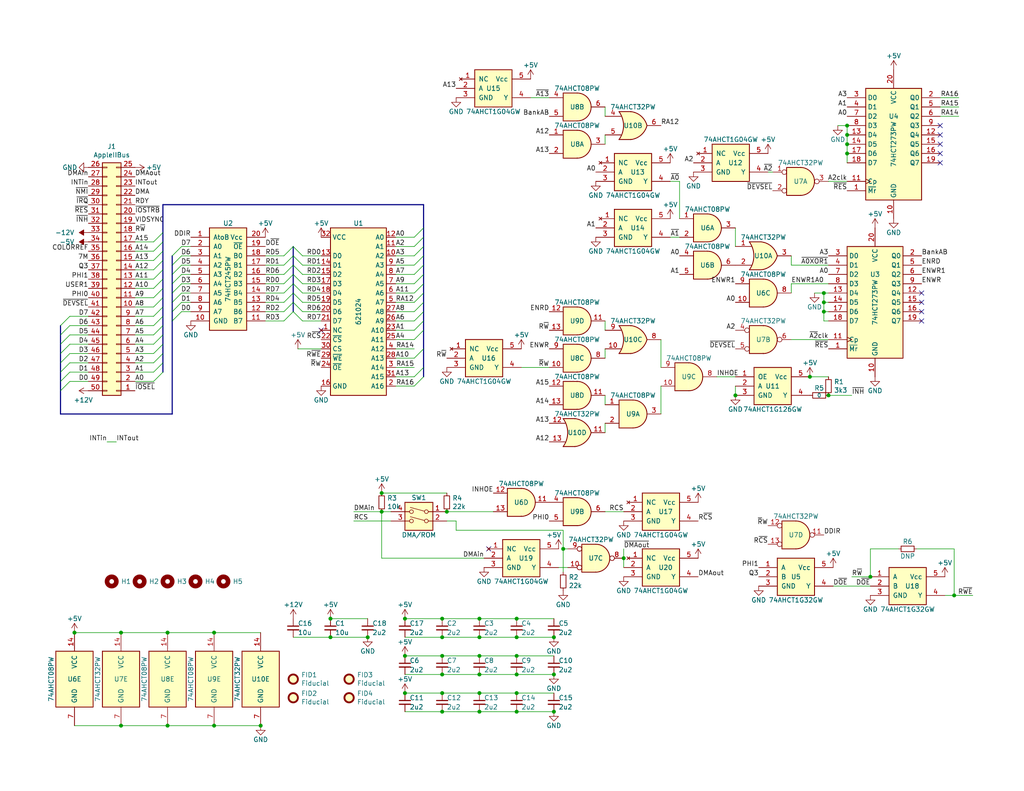
<source format=kicad_sch>
(kicad_sch (version 20230121) (generator eeschema)
  (paper "USLetter")
  (title_block (title "RAM128 (GW4208B)") (date "2023-12-07") (rev "1.2") (company "Garrett's Workshop"))
  (junction (at 120.65 179.07))
  (junction (at 226.06 107.95))
  (junction (at 110.49 189.23))
  (junction (at 200.66 107.95))
  (junction (at 151.13 194.31))
  (junction (at 130.81 168.91))
  (junction (at 120.65 173.99))
  (junction (at 120.65 194.31))
  (junction (at 120.65 168.91))
  (junction (at 130.81 179.07))
  (junction (at 140.97 168.91))
  (junction (at 231.14 36.83))
  (junction (at 71.12 198.12))
  (junction (at 58.42 198.12))
  (junction (at 140.97 173.99))
  (junction (at 90.17 173.99))
  (junction (at 100.33 173.99))
  (junction (at 130.81 189.23))
  (junction (at 120.65 189.23))
  (junction (at 140.97 184.15))
  (junction (at 130.81 184.15))
  (junction (at 231.14 34.29))
  (junction (at 110.49 168.91))
  (junction (at 45.72 198.12))
  (junction (at 224.79 82.55))
  (junction (at 33.02 172.72))
  (junction (at 220.98 102.87))
  (junction (at 104.14 139.7))
  (junction (at 170.18 152.4))
  (junction (at 151.13 184.15))
  (junction (at 260.35 162.56))
  (junction (at 151.13 173.99))
  (junction (at 231.14 39.37))
  (junction (at 140.97 179.07))
  (junction (at 90.17 168.91))
  (junction (at 231.14 41.91))
  (junction (at 45.72 172.72))
  (junction (at 33.02 198.12))
  (junction (at 224.79 80.01))
  (junction (at 121.92 139.7))
  (junction (at 120.65 184.15))
  (junction (at 130.81 173.99))
  (junction (at 153.67 149.86))
  (junction (at 140.97 194.31))
  (junction (at 140.97 189.23))
  (junction (at 104.14 134.62))
  (junction (at 224.79 85.09))
  (junction (at 20.32 172.72))
  (junction (at 130.81 194.31))
  (junction (at 110.49 179.07))
  (junction (at 58.42 172.72))
  (junction (at 237.49 157.48))
  (no_connect (at 256.54 36.83))
  (no_connect (at 87.63 90.17))
  (no_connect (at 251.46 80.01))
  (no_connect (at 256.54 34.29))
  (no_connect (at 251.46 82.55))
  (no_connect (at 256.54 41.91))
  (no_connect (at 256.54 44.45))
  (no_connect (at 133.35 149.86))
  (no_connect (at 251.46 87.63))
  (no_connect (at 251.46 85.09))
  (no_connect (at 256.54 39.37))
  (bus_entry (at 46.99 85.09) (size 2.54 -2.54))
  (bus_entry (at 115.57 62.23) (size -2.54 2.54))
  (bus_entry (at 80.01 69.85) (size 2.54 2.54))
  (bus_entry (at 115.57 72.39) (size -2.54 2.54))
  (bus_entry (at 46.99 82.55) (size 2.54 -2.54))
  (bus_entry (at 44.45 73.66) (size -2.54 2.54))
  (bus_entry (at 115.57 87.63) (size -2.54 2.54))
  (bus_entry (at 16.51 99.06) (size 2.54 -2.54))
  (bus_entry (at 115.57 64.77) (size -2.54 2.54))
  (bus_entry (at 46.99 72.39) (size 2.54 -2.54))
  (bus_entry (at 16.51 93.98) (size 2.54 -2.54))
  (bus_entry (at 44.45 63.5) (size -2.54 2.54))
  (bus_entry (at 44.45 81.28) (size -2.54 2.54))
  (bus_entry (at 16.51 88.9) (size 2.54 -2.54))
  (bus_entry (at 80.01 77.47) (size 2.54 2.54))
  (bus_entry (at 16.51 106.68) (size 2.54 -2.54))
  (bus_entry (at 46.99 74.93) (size 2.54 -2.54))
  (bus_entry (at 77.47 74.93) (size 2.54 -2.54))
  (bus_entry (at 115.57 67.31) (size -2.54 2.54))
  (bus_entry (at 77.47 69.85) (size 2.54 -2.54))
  (bus_entry (at 115.57 77.47) (size -2.54 2.54))
  (bus_entry (at 44.45 96.52) (size -2.54 2.54))
  (bus_entry (at 77.47 72.39) (size 2.54 -2.54))
  (bus_entry (at 80.01 80.01) (size 2.54 2.54))
  (bus_entry (at 44.45 93.98) (size -2.54 2.54))
  (bus_entry (at 44.45 101.6) (size -2.54 2.54))
  (bus_entry (at 115.57 90.17) (size -2.54 2.54))
  (bus_entry (at 44.45 71.12) (size -2.54 2.54))
  (bus_entry (at 44.45 78.74) (size -2.54 2.54))
  (bus_entry (at 46.99 87.63) (size 2.54 -2.54))
  (bus_entry (at 44.45 66.04) (size -2.54 2.54))
  (bus_entry (at 16.51 91.44) (size 2.54 -2.54))
  (bus_entry (at 44.45 99.06) (size -2.54 2.54))
  (bus_entry (at 80.01 82.55) (size 2.54 2.54))
  (bus_entry (at 44.45 68.58) (size -2.54 2.54))
  (bus_entry (at 115.57 85.09) (size -2.54 2.54))
  (bus_entry (at 46.99 80.01) (size 2.54 -2.54))
  (bus_entry (at 115.57 74.93) (size -2.54 2.54))
  (bus_entry (at 44.45 88.9) (size -2.54 2.54))
  (bus_entry (at 80.01 74.93) (size 2.54 2.54))
  (bus_entry (at 44.45 76.2) (size -2.54 2.54))
  (bus_entry (at 80.01 85.09) (size 2.54 2.54))
  (bus_entry (at 77.47 87.63) (size 2.54 -2.54))
  (bus_entry (at 44.45 91.44) (size -2.54 2.54))
  (bus_entry (at 80.01 72.39) (size 2.54 2.54))
  (bus_entry (at 16.51 101.6) (size 2.54 -2.54))
  (bus_entry (at 115.57 82.55) (size -2.54 2.54))
  (bus_entry (at 115.57 69.85) (size -2.54 2.54))
  (bus_entry (at 46.99 69.85) (size 2.54 -2.54))
  (bus_entry (at 44.45 83.82) (size -2.54 2.54))
  (bus_entry (at 44.45 86.36) (size -2.54 2.54))
  (bus_entry (at 46.99 77.47) (size 2.54 -2.54))
  (bus_entry (at 115.57 102.87) (size -2.54 2.54))
  (bus_entry (at 77.47 85.09) (size 2.54 -2.54))
  (bus_entry (at 115.57 100.33) (size -2.54 2.54))
  (bus_entry (at 115.57 95.25) (size -2.54 2.54))
  (bus_entry (at 77.47 77.47) (size 2.54 -2.54))
  (bus_entry (at 77.47 80.01) (size 2.54 -2.54))
  (bus_entry (at 80.01 67.31) (size 2.54 2.54))
  (bus_entry (at 16.51 104.14) (size 2.54 -2.54))
  (bus_entry (at 77.47 82.55) (size 2.54 -2.54))
  (bus_entry (at 16.51 96.52) (size 2.54 -2.54))
  (bus_entry (at 115.57 80.01) (size -2.54 2.54))
  (wire (pts (xy 36.83 96.52) (xy 41.91 96.52)))
  (bus (pts (xy 115.57 90.17) (xy 115.57 95.25)))
  (wire (pts (xy 104.14 139.7) (xy 106.68 139.7)))
  (wire (pts (xy 220.98 102.87) (xy 226.06 102.87)))
  (wire (pts (xy 231.14 36.83) (xy 231.14 39.37)))
  (wire (pts (xy 130.81 173.99) (xy 140.97 173.99)))
  (wire (pts (xy 260.35 162.56) (xy 260.35 149.86)))
  (wire (pts (xy 228.6 34.29) (xy 231.14 34.29)))
  (wire (pts (xy 19.05 101.6) (xy 24.13 101.6)))
  (bus (pts (xy 115.57 69.85) (xy 115.57 72.39)))
  (bus (pts (xy 44.45 63.5) (xy 44.45 66.04)))
  (wire (pts (xy 110.49 168.91) (xy 120.65 168.91)))
  (wire (pts (xy 200.66 62.23) (xy 200.66 67.31)))
  (wire (pts (xy 82.55 74.93) (xy 87.63 74.93)))
  (wire (pts (xy 200.66 107.95) (xy 200.66 105.41)))
  (wire (pts (xy 77.47 69.85) (xy 72.39 69.85)))
  (wire (pts (xy 107.95 64.77) (xy 113.03 64.77)))
  (wire (pts (xy 36.83 71.12) (xy 41.91 71.12)))
  (wire (pts (xy 227.33 160.02) (xy 237.49 160.02)))
  (wire (pts (xy 261.62 31.75) (xy 256.54 31.75)))
  (wire (pts (xy 120.65 189.23) (xy 130.81 189.23)))
  (wire (pts (xy 82.55 85.09) (xy 87.63 85.09)))
  (bus (pts (xy 16.51 93.98) (xy 16.51 96.52)))
  (bus (pts (xy 80.01 77.47) (xy 80.01 80.01)))
  (wire (pts (xy 49.53 67.31) (xy 52.07 67.31)))
  (wire (pts (xy 107.95 97.79) (xy 113.03 97.79)))
  (bus (pts (xy 115.57 55.88) (xy 44.45 55.88)))
  (wire (pts (xy 153.67 144.78) (xy 153.67 149.86)))
  (bus (pts (xy 115.57 95.25) (xy 115.57 100.33)))
  (wire (pts (xy 121.92 139.7) (xy 134.62 139.7)))
  (wire (pts (xy 226.06 92.71) (xy 215.9 92.71)))
  (wire (pts (xy 130.81 189.23) (xy 140.97 189.23)))
  (bus (pts (xy 16.51 96.52) (xy 16.51 99.06)))
  (wire (pts (xy 107.95 77.47) (xy 113.03 77.47)))
  (bus (pts (xy 46.99 85.09) (xy 46.99 87.63)))
  (bus (pts (xy 44.45 96.52) (xy 44.45 99.06)))
  (wire (pts (xy 96.52 142.24) (xy 106.68 142.24)))
  (bus (pts (xy 80.01 82.55) (xy 80.01 85.09)))
  (wire (pts (xy 165.1 107.95) (xy 165.1 110.49)))
  (wire (pts (xy 140.97 173.99) (xy 151.13 173.99)))
  (wire (pts (xy 226.06 87.63) (xy 224.79 87.63)))
  (wire (pts (xy 142.24 100.33) (xy 149.86 100.33)))
  (wire (pts (xy 77.47 87.63) (xy 72.39 87.63)))
  (wire (pts (xy 185.42 49.53) (xy 185.42 59.69)))
  (wire (pts (xy 49.53 85.09) (xy 52.07 85.09)))
  (bus (pts (xy 115.57 67.31) (xy 115.57 69.85)))
  (wire (pts (xy 19.05 86.36) (xy 24.13 86.36)))
  (wire (pts (xy 20.32 198.12) (xy 33.02 198.12)))
  (bus (pts (xy 16.51 104.14) (xy 16.51 106.68)))
  (bus (pts (xy 16.51 106.68) (xy 16.51 113.03)))
  (wire (pts (xy 120.65 173.99) (xy 130.81 173.99)))
  (bus (pts (xy 46.99 69.85) (xy 46.99 72.39)))
  (wire (pts (xy 224.79 85.09) (xy 224.79 82.55)))
  (wire (pts (xy 120.65 184.15) (xy 130.81 184.15)))
  (wire (pts (xy 124.46 144.78) (xy 124.46 142.24)))
  (wire (pts (xy 19.05 104.14) (xy 24.13 104.14)))
  (wire (pts (xy 77.47 82.55) (xy 72.39 82.55)))
  (wire (pts (xy 124.46 142.24) (xy 121.92 142.24)))
  (wire (pts (xy 120.65 189.23) (xy 110.49 189.23)))
  (wire (pts (xy 107.95 85.09) (xy 113.03 85.09)))
  (wire (pts (xy 200.66 102.87) (xy 195.58 102.87)))
  (wire (pts (xy 45.72 198.12) (xy 58.42 198.12)))
  (wire (pts (xy 96.52 139.7) (xy 104.14 139.7)))
  (bus (pts (xy 80.01 67.31) (xy 80.01 69.85)))
  (wire (pts (xy 232.41 157.48) (xy 237.49 157.48)))
  (bus (pts (xy 80.01 74.93) (xy 80.01 77.47)))
  (wire (pts (xy 130.81 168.91) (xy 140.97 168.91)))
  (wire (pts (xy 107.95 72.39) (xy 113.03 72.39)))
  (bus (pts (xy 115.57 55.88) (xy 115.57 62.23)))
  (wire (pts (xy 154.94 154.94) (xy 152.4 154.94)))
  (wire (pts (xy 180.34 105.41) (xy 180.34 113.03)))
  (wire (pts (xy 165.1 87.63) (xy 165.1 90.17)))
  (bus (pts (xy 16.51 91.44) (xy 16.51 93.98)))
  (wire (pts (xy 80.01 173.99) (xy 90.17 173.99)))
  (bus (pts (xy 44.45 83.82) (xy 44.45 86.36)))
  (wire (pts (xy 120.65 194.31) (xy 130.81 194.31)))
  (wire (pts (xy 153.67 149.86) (xy 153.67 156.21)))
  (bus (pts (xy 115.57 100.33) (xy 115.57 102.87)))
  (wire (pts (xy 36.83 73.66) (xy 41.91 73.66)))
  (bus (pts (xy 46.99 72.39) (xy 46.99 74.93)))
  (bus (pts (xy 44.45 93.98) (xy 44.45 96.52)))
  (bus (pts (xy 115.57 85.09) (xy 115.57 87.63)))
  (wire (pts (xy 107.95 105.41) (xy 113.03 105.41)))
  (bus (pts (xy 115.57 77.47) (xy 115.57 80.01)))
  (bus (pts (xy 80.01 72.39) (xy 80.01 74.93)))
  (wire (pts (xy 19.05 93.98) (xy 24.13 93.98)))
  (bus (pts (xy 115.57 82.55) (xy 115.57 85.09)))
  (wire (pts (xy 36.83 83.82) (xy 41.91 83.82)))
  (wire (pts (xy 19.05 88.9) (xy 24.13 88.9)))
  (wire (pts (xy 237.49 149.86) (xy 237.49 157.48)))
  (wire (pts (xy 82.55 77.47) (xy 87.63 77.47)))
  (wire (pts (xy 120.65 168.91) (xy 130.81 168.91)))
  (wire (pts (xy 36.83 81.28) (xy 41.91 81.28)))
  (wire (pts (xy 130.81 194.31) (xy 140.97 194.31)))
  (wire (pts (xy 104.14 152.4) (xy 132.08 152.4)))
  (wire (pts (xy 81.28 95.25) (xy 87.63 95.25)))
  (wire (pts (xy 232.41 107.95) (xy 226.06 107.95)))
  (wire (pts (xy 215.9 69.85) (xy 215.9 72.39)))
  (wire (pts (xy 140.97 194.31) (xy 151.13 194.31)))
  (wire (pts (xy 165.1 139.7) (xy 170.18 139.7)))
  (wire (pts (xy 222.25 80.01) (xy 224.79 80.01)))
  (wire (pts (xy 226.06 85.09) (xy 224.79 85.09)))
  (wire (pts (xy 82.55 82.55) (xy 87.63 82.55)))
  (wire (pts (xy 121.92 134.62) (xy 104.14 134.62)))
  (wire (pts (xy 77.47 77.47) (xy 72.39 77.47)))
  (wire (pts (xy 36.83 99.06) (xy 41.91 99.06)))
  (wire (pts (xy 77.47 74.93) (xy 72.39 74.93)))
  (wire (pts (xy 153.67 144.78) (xy 124.46 144.78)))
  (wire (pts (xy 153.67 149.86) (xy 154.94 149.86)))
  (wire (pts (xy 104.14 139.7) (xy 104.14 152.4)))
  (wire (pts (xy 58.42 198.12) (xy 71.12 198.12)))
  (wire (pts (xy 185.42 64.77) (xy 182.88 64.77)))
  (wire (pts (xy 36.83 88.9) (xy 41.91 88.9)))
  (wire (pts (xy 107.95 100.33) (xy 113.03 100.33)))
  (wire (pts (xy 260.35 162.56) (xy 257.81 162.56)))
  (wire (pts (xy 82.55 80.01) (xy 87.63 80.01)))
  (wire (pts (xy 36.83 93.98) (xy 41.91 93.98)))
  (wire (pts (xy 36.83 66.04) (xy 41.91 66.04)))
  (bus (pts (xy 46.99 87.63) (xy 46.99 113.03)))
  (wire (pts (xy 226.06 80.01) (xy 224.79 80.01)))
  (wire (pts (xy 36.83 104.14) (xy 41.91 104.14)))
  (bus (pts (xy 115.57 74.93) (xy 115.57 77.47)))
  (bus (pts (xy 16.51 99.06) (xy 16.51 101.6)))
  (wire (pts (xy 165.1 95.25) (xy 165.1 97.79)))
  (wire (pts (xy 140.97 189.23) (xy 151.13 189.23)))
  (wire (pts (xy 107.95 80.01) (xy 113.03 80.01)))
  (wire (pts (xy 49.53 72.39) (xy 52.07 72.39)))
  (bus (pts (xy 46.99 77.47) (xy 46.99 80.01)))
  (bus (pts (xy 44.45 78.74) (xy 44.45 81.28)))
  (wire (pts (xy 45.72 172.72) (xy 58.42 172.72)))
  (wire (pts (xy 36.83 76.2) (xy 41.91 76.2)))
  (wire (pts (xy 140.97 184.15) (xy 151.13 184.15)))
  (wire (pts (xy 107.95 82.55) (xy 113.03 82.55)))
  (bus (pts (xy 115.57 62.23) (xy 115.57 64.77)))
  (bus (pts (xy 115.57 80.01) (xy 115.57 82.55)))
  (wire (pts (xy 107.95 90.17) (xy 113.03 90.17)))
  (wire (pts (xy 107.95 95.25) (xy 113.03 95.25)))
  (wire (pts (xy 107.95 102.87) (xy 113.03 102.87)))
  (bus (pts (xy 44.45 81.28) (xy 44.45 83.82)))
  (wire (pts (xy 107.95 87.63) (xy 113.03 87.63)))
  (wire (pts (xy 77.47 72.39) (xy 72.39 72.39)))
  (bus (pts (xy 44.45 99.06) (xy 44.45 101.6)))
  (bus (pts (xy 44.45 76.2) (xy 44.45 78.74)))
  (wire (pts (xy 33.02 198.12) (xy 45.72 198.12)))
  (wire (pts (xy 36.83 68.58) (xy 41.91 68.58)))
  (bus (pts (xy 44.45 73.66) (xy 44.45 76.2)))
  (wire (pts (xy 224.79 87.63) (xy 224.79 85.09)))
  (bus (pts (xy 46.99 113.03) (xy 16.51 113.03)))
  (wire (pts (xy 231.14 41.91) (xy 231.14 44.45)))
  (wire (pts (xy 110.49 194.31) (xy 120.65 194.31)))
  (wire (pts (xy 120.65 179.07) (xy 110.49 179.07)))
  (bus (pts (xy 46.99 80.01) (xy 46.99 82.55)))
  (wire (pts (xy 215.9 77.47) (xy 215.9 80.01)))
  (wire (pts (xy 107.95 69.85) (xy 113.03 69.85)))
  (wire (pts (xy 209.55 46.99) (xy 210.82 46.99)))
  (wire (pts (xy 90.17 168.91) (xy 100.33 168.91)))
  (wire (pts (xy 82.55 69.85) (xy 87.63 69.85)))
  (wire (pts (xy 58.42 172.72) (xy 71.12 172.72)))
  (wire (pts (xy 20.32 172.72) (xy 33.02 172.72)))
  (bus (pts (xy 115.57 64.77) (xy 115.57 67.31)))
  (bus (pts (xy 44.45 88.9) (xy 44.45 91.44)))
  (bus (pts (xy 44.45 86.36) (xy 44.45 88.9)))
  (wire (pts (xy 36.83 78.74) (xy 41.91 78.74)))
  (wire (pts (xy 19.05 96.52) (xy 24.13 96.52)))
  (wire (pts (xy 261.62 26.67) (xy 256.54 26.67)))
  (wire (pts (xy 170.18 152.4) (xy 170.18 149.86)))
  (wire (pts (xy 140.97 168.91) (xy 151.13 168.91)))
  (wire (pts (xy 170.18 152.4) (xy 170.18 154.94)))
  (wire (pts (xy 110.49 184.15) (xy 120.65 184.15)))
  (bus (pts (xy 46.99 74.93) (xy 46.99 77.47)))
  (wire (pts (xy 19.05 99.06) (xy 24.13 99.06)))
  (wire (pts (xy 110.49 173.99) (xy 120.65 173.99)))
  (bus (pts (xy 16.51 101.6) (xy 16.51 104.14)))
  (wire (pts (xy 49.53 80.01) (xy 52.07 80.01)))
  (wire (pts (xy 165.1 31.75) (xy 165.1 29.21)))
  (bus (pts (xy 115.57 87.63) (xy 115.57 90.17)))
  (wire (pts (xy 90.17 173.99) (xy 100.33 173.99)))
  (wire (pts (xy 260.35 149.86) (xy 250.19 149.86)))
  (bus (pts (xy 44.45 71.12) (xy 44.45 73.66)))
  (bus (pts (xy 44.45 91.44) (xy 44.45 93.98)))
  (wire (pts (xy 49.53 77.47) (xy 52.07 77.47)))
  (wire (pts (xy 165.1 115.57) (xy 165.1 118.11)))
  (wire (pts (xy 140.97 179.07) (xy 151.13 179.07)))
  (wire (pts (xy 120.65 179.07) (xy 130.81 179.07)))
  (wire (pts (xy 82.55 72.39) (xy 87.63 72.39)))
  (wire (pts (xy 107.95 92.71) (xy 113.03 92.71)))
  (bus (pts (xy 44.45 68.58) (xy 44.45 71.12)))
  (wire (pts (xy 224.79 80.01) (xy 224.79 82.55)))
  (wire (pts (xy 77.47 80.01) (xy 72.39 80.01)))
  (wire (pts (xy 33.02 172.72) (xy 45.72 172.72)))
  (bus (pts (xy 115.57 72.39) (xy 115.57 74.93)))
  (wire (pts (xy 180.34 92.71) (xy 180.34 100.33)))
  (wire (pts (xy 231.14 34.29) (xy 231.14 36.83)))
  (wire (pts (xy 19.05 91.44) (xy 24.13 91.44)))
  (wire (pts (xy 49.53 69.85) (xy 52.07 69.85)))
  (wire (pts (xy 107.95 74.93) (xy 113.03 74.93)))
  (wire (pts (xy 182.88 49.53) (xy 185.42 49.53)))
  (wire (pts (xy 226.06 82.55) (xy 224.79 82.55)))
  (bus (pts (xy 44.45 66.04) (xy 44.45 68.58)))
  (wire (pts (xy 31.75 120.65) (xy 29.21 120.65)))
  (wire (pts (xy 36.83 86.36) (xy 41.91 86.36)))
  (wire (pts (xy 36.83 101.6) (xy 41.91 101.6)))
  (bus (pts (xy 16.51 88.9) (xy 16.51 91.44)))
  (wire (pts (xy 36.83 91.44) (xy 41.91 91.44)))
  (wire (pts (xy 245.11 149.86) (xy 237.49 149.86)))
  (wire (pts (xy 231.14 39.37) (xy 231.14 41.91)))
  (wire (pts (xy 226.06 49.53) (xy 231.14 49.53)))
  (wire (pts (xy 215.9 72.39) (xy 226.06 72.39)))
  (wire (pts (xy 82.55 87.63) (xy 87.63 87.63)))
  (bus (pts (xy 80.01 69.85) (xy 80.01 72.39)))
  (wire (pts (xy 256.54 29.21) (xy 261.62 29.21)))
  (wire (pts (xy 130.81 184.15) (xy 140.97 184.15)))
  (wire (pts (xy 144.78 26.67) (xy 149.86 26.67)))
  (wire (pts (xy 265.43 162.56) (xy 260.35 162.56)))
  (wire (pts (xy 165.1 36.83) (xy 165.1 39.37)))
  (wire (pts (xy 130.81 179.07) (xy 140.97 179.07)))
  (bus (pts (xy 46.99 82.55) (xy 46.99 85.09)))
  (wire (pts (xy 107.95 67.31) (xy 113.03 67.31)))
  (wire (pts (xy 77.47 85.09) (xy 72.39 85.09)))
  (wire (pts (xy 49.53 82.55) (xy 52.07 82.55)))
  (wire (pts (xy 49.53 74.93) (xy 52.07 74.93)))
  (bus (pts (xy 44.45 55.88) (xy 44.45 63.5)))
  (wire (pts (xy 215.9 77.47) (xy 226.06 77.47)))
  (bus (pts (xy 80.01 80.01) (xy 80.01 82.55)))
  (label "INTout" (at 31.75 120.65 0))
  (label "~{RES}" (at 231.14 52.07 180))
  (label "D3" (at 24.13 96.52 180))
  (label "~{R}W" (at 149.86 100.33 180))
  (label "RD7" (at 72.39 80.01 0))
  (label "A13" (at 36.83 71.12 0))
  (label "A0" (at 231.14 31.75 180))
  (label "A2" (at 36.83 99.06 0))
  (label "RD2" (at 87.63 74.93 180))
  (label "R~{W}" (at 232.41 157.48 0))
  (label "A14" (at 36.83 68.58 0))
  (label "A8" (at 36.83 83.82 0))
  (label "RA16" (at 113.03 105.41 180))
  (label "A2clk" (at 231.14 49.53 180))
  (label "RD6" (at 72.39 74.93 0))
  (label "D5" (at 24.13 91.44 180))
  (label "PHI0" (at 149.86 142.24 180))
  (label "~{DEVSEL}" (at 200.66 95.25 180))
  (label "A1" (at 36.83 101.6 0))
  (label "D0" (at 52.07 85.09 180))
  (label "~{IOSTRB}" (at 36.83 58.42 0))
  (label "A0" (at 226.06 74.93 180))
  (label "A0" (at 200.66 82.55 180))
  (label "~{RES}" (at 226.06 95.25 180))
  (label "Q3" (at 207.01 157.48 180))
  (label "A10" (at 36.83 78.74 0))
  (label "ENWR1" (at 200.66 77.47 180))
  (label "A13" (at 124.46 24.13 180))
  (label "A6" (at 36.83 88.9 0))
  (label "RD1" (at 72.39 72.39 0))
  (label "A1" (at 162.56 62.23 180))
  (label "DDIR" (at 52.07 64.77 180))
  (label "D0" (at 24.13 104.14 180))
  (label "ENWR" (at 251.46 77.47 0))
  (label "A11" (at 107.95 80.01 0))
  (label "A5" (at 107.95 72.39 0))
  (label "INHOE" (at 195.58 102.87 0))
  (label "A13" (at 107.95 102.87 0))
  (label "D3" (at 52.07 77.47 180))
  (label "A3" (at 107.95 69.85 0))
  (label "RA14" (at 113.03 95.25 180))
  (label "A2" (at 107.95 67.31 0))
  (label "D~{OE}" (at 237.49 160.02 180))
  (label "USER1" (at 24.13 78.74 180))
  (label "D7" (at 24.13 86.36 180))
  (label "ENRD" (at 149.86 85.09 180))
  (label "INHOE" (at 134.62 134.62 180))
  (label "~{INH}" (at 24.13 60.96 180))
  (label "D7" (at 52.07 67.31 180))
  (label "INTin" (at 29.21 120.65 180))
  (label "A4" (at 107.95 92.71 0))
  (label "A1" (at 231.14 29.21 180))
  (label "A7" (at 107.95 74.93 0))
  (label "R~{W}" (at 36.83 63.5 0))
  (label "DMAin" (at 24.13 48.26 180))
  (label "ENWR1A0" (at 215.9 77.47 0))
  (label "RA12" (at 180.34 34.29 0))
  (label "~{A1}" (at 185.42 64.77 180))
  (label "A7" (at 36.83 86.36 0))
  (label "A3" (at 36.83 96.52 0))
  (label "D~{OE}" (at 227.33 160.02 0))
  (label "~{IRQ}" (at 24.13 55.88 180))
  (label "RD5" (at 87.63 82.55 180))
  (label "D4" (at 52.07 74.93 180))
  (label "~{A2}clk" (at 226.06 92.71 180))
  (label "R~{W}" (at 149.86 90.17 180))
  (label "D2" (at 52.07 80.01 180))
  (label "RA15" (at 261.62 29.21 180))
  (label "A12" (at 149.86 36.83 180))
  (label "A3" (at 226.06 69.85 180))
  (label "~{IOSEL}" (at 36.83 106.68 0))
  (label "~{DEVSEL}" (at 24.13 83.82 180))
  (label "~{RES}" (at 24.13 58.42 180))
  (label "A15" (at 36.83 66.04 0))
  (label "BankAB" (at 251.46 69.85 0))
  (label "R~{CS}" (at 209.55 148.59 180))
  (label "R~{WE}" (at 87.63 97.79 180))
  (label "RA14" (at 261.62 31.75 180))
  (label "R~{WE}" (at 265.43 162.56 180))
  (label "A0" (at 36.83 104.14 0))
  (label "A12" (at 149.86 120.65 180))
  (label "D1" (at 24.13 101.6 180))
  (label "RD0" (at 72.39 77.47 0))
  (label "PHI1" (at 24.13 76.2 180))
  (label "A8" (at 107.95 85.09 0))
  (label "A1" (at 185.42 74.93 180))
  (label "RD6" (at 87.63 85.09 180))
  (label "A3" (at 231.14 26.67 180))
  (label "D6" (at 52.07 69.85 180))
  (label "RA12" (at 107.95 82.55 0))
  (label "INTout" (at 36.83 50.8 0))
  (label "R~{W}" (at 121.92 97.79 180))
  (label "DMAin" (at 132.08 152.4 180))
  (label "A12" (at 36.83 73.66 0))
  (label "RD3" (at 87.63 77.47 180))
  (label "PHI1" (at 207.01 154.94 180))
  (label "~{INH}" (at 232.41 107.95 0))
  (label "A9" (at 107.95 77.47 0))
  (label "BankAB" (at 149.86 31.75 180))
  (label "~{DEVSEL}" (at 210.82 52.07 180))
  (label "~{DMAout}" (at 170.18 149.86 0))
  (label "A1" (at 107.95 90.17 0))
  (label "~{NMI}" (at 24.13 53.34 180))
  (label "D2" (at 24.13 99.06 180))
  (label "RCS" (at 96.52 142.24 0))
  (label "INTin" (at 24.13 50.8 180))
  (label "A11" (at 36.83 76.2 0))
  (label "RCS" (at 170.18 139.7 180))
  (label "A14" (at 149.86 110.49 180))
  (label "~{A2}" (at 210.82 46.99 180))
  (label "RD1" (at 87.63 72.39 180))
  (label "A0" (at 185.42 69.85 180))
  (label "RD4" (at 72.39 82.55 0))
  (label "D~{OE}" (at 72.39 67.31 0))
  (label "PHI0" (at 24.13 81.28 180))
  (label "D5" (at 52.07 72.39 180))
  (label "A2" (at 189.23 44.45 180))
  (label "DDIR" (at 224.79 146.05 0))
  (label "~{R}W" (at 87.63 100.33 180))
  (label "VIDSYNC" (at 36.83 60.96 0))
  (label "Q3" (at 24.13 73.66 180))
  (label "A6" (at 107.95 87.63 0))
  (label "DMAin" (at 96.52 139.7 0))
  (label "DMAout" (at 36.83 48.26 0))
  (label "RD7" (at 87.63 87.63 180))
  (label "A5" (at 36.83 91.44 0))
  (label "7M" (at 24.13 71.12 180))
  (label "A0" (at 162.56 46.99 180))
  (label "RD4" (at 87.63 80.01 180))
  (label "RD3" (at 72.39 87.63 0))
  (label "R~{CS}" (at 87.63 92.71 180))
  (label "A13" (at 149.86 115.57 180))
  (label "A0" (at 107.95 64.77 0))
  (label "DMA" (at 36.83 53.34 0))
  (label "A4" (at 36.83 93.98 0))
  (label "RA16" (at 261.62 26.67 180))
  (label "DMAout" (at 190.5 157.48 0))
  (label "R~{CS}" (at 190.5 142.24 0))
  (label "~{R}W" (at 209.55 143.51 180))
  (label "D6" (at 24.13 88.9 180))
  (label "A2" (at 200.66 90.17 180))
  (label "RA15" (at 113.03 100.33 180))
  (label "RD0" (at 87.63 69.85 180))
  (label "RD2" (at 72.39 85.09 0))
  (label "ENRD" (at 251.46 72.39 0))
  (label "D1" (at 52.07 82.55 180))
  (label "RDY" (at 36.83 55.88 0))
  (label "ENWR" (at 149.86 95.25 180))
  (label "ENWR1" (at 251.46 74.93 0))
  (label "A9" (at 36.83 81.28 0))
  (label "~{A0XOR1}" (at 226.06 72.39 180))
  (label "A13" (at 149.86 41.91 180))
  (label "~{A0}" (at 185.42 49.53 180))
  (label "A15" (at 149.86 105.41 180))
  (label "RD5" (at 72.39 69.85 0))
  (label "D4" (at 24.13 93.98 180))
  (label "A10" (at 107.95 97.79 0))
  (label "COLORREF" (at 24.13 68.58 180))
  (label "~{A13}" (at 149.86 26.67 180))
  (symbol (lib_id "Mechanical:MountingHole") (at 53.34 158.75 0) (unit 1)
    (property "Reference" "H4" (at 55.88 158.75 0) (effects (justify left)))
    (property "Value" " " (at 55.88 159.766 0) (effects (justify left)))
    (property "Footprint" "stdpads:PasteHole_1.152mm_NPTH" (effects hide))
  )
  (symbol (lib_id "Connector_Generic:Conn_02x25_Counter_Clockwise") (at 31.75 76.2 180) (unit 1)
    (property "Reference" "J1" (at 30.48 40.005 0))
    (property "Value" "AppleIIBus" (at 30.48 42.3164 0))
    (property "Footprint" "stdpads:AppleIIBus_Edge" (effects hide))
  )
  (symbol (lib_id "power:-12V") (at 24.13 63.5 90) (unit 1)
    (property "Reference" "#PWR0102" (effects hide))
    (property "Value" "-12V" (at 20.32 63.5 90) (effects (justify left)))
  )
  (symbol (lib_id "power:-5V") (at 24.13 66.04 90) (unit 1)
    (property "Reference" "#PWR0101" (effects hide))
    (property "Value" "-5V" (at 20.32 66.04 90) (effects (justify left)))
  )
  (symbol (lib_id "power:+12V") (at 24.13 106.68 90) (unit 1)
    (property "Reference" "#PWR0103" (effects hide))
    (property "Value" "+12V" (at 25.4 109.22 90) (effects (justify left)))
  )
  (symbol (lib_id "power:GND") (at 24.13 45.72 270) (mirror x) (unit 1)
    (property "Reference" "#PWR0108" (effects hide))
    (property "Value" "GND" (at 19.05 45.72 90))
  )
  (symbol (lib_id "power:+5V") (at 36.83 45.72 270) (unit 1)
    (property "Reference" "#PWR0109" (effects hide))
    (property "Value" "+5V" (at 41.91 45.72 90))
  )
  (symbol (lib_id "Device:C_Small") (at 130.81 171.45 0) (unit 1)
    (property "Reference" "C3" (at 132.08 170.18 0) (effects (justify left)))
    (property "Value" "2u2" (at 132.08 172.72 0) (effects (justify left)))
    (property "Footprint" "stdpads:C_0603" (effects hide))
    (property "LCSC Part" "C23630" (effects hide))
  )
  (symbol (lib_id "Device:C_Small") (at 120.65 171.45 0) (unit 1)
    (property "Reference" "C2" (at 121.92 170.18 0) (effects (justify left)))
    (property "Value" "2u2" (at 121.92 172.72 0) (effects (justify left)))
    (property "Footprint" "stdpads:C_0603" (effects hide))
    (property "LCSC Part" "C23630" (effects hide))
  )
  (symbol (lib_id "power:GND") (at 151.13 173.99 0) (unit 1)
    (property "Reference" "#PWR0110" (effects hide))
    (property "Value" "GND" (at 151.13 177.8 0))
  )
  (symbol (lib_id "Mechanical:Fiducial") (at 80.01 185.42 0) (unit 1)
    (property "Reference" "FID1" (at 82.169 184.2516 0) (effects (justify left)))
    (property "Value" "Fiducial" (at 82.169 186.563 0) (effects (justify left)))
    (property "Footprint" "stdpads:Fiducial" (effects hide))
  )
  (symbol (lib_id "Mechanical:Fiducial") (at 80.01 190.5 0) (unit 1)
    (property "Reference" "FID2" (at 82.169 189.3316 0) (effects (justify left)))
    (property "Value" "Fiducial" (at 82.169 191.643 0) (effects (justify left)))
    (property "Footprint" "stdpads:Fiducial" (effects hide))
  )
  (symbol (lib_id "Mechanical:Fiducial") (at 95.25 185.42 0) (unit 1)
    (property "Reference" "FID3" (at 97.409 184.2516 0) (effects (justify left)))
    (property "Value" "Fiducial" (at 97.409 186.563 0) (effects (justify left)))
    (property "Footprint" "stdpads:Fiducial" (effects hide))
  )
  (symbol (lib_id "Mechanical:Fiducial") (at 95.25 190.5 0) (unit 1)
    (property "Reference" "FID4" (at 97.409 189.3316 0) (effects (justify left)))
    (property "Value" "Fiducial" (at 97.409 191.643 0) (effects (justify left)))
    (property "Footprint" "stdpads:Fiducial" (effects hide))
  )
  (symbol (lib_id "power:+5V") (at 87.63 64.77 0) (unit 1)
    (property "Reference" "#PWR0106" (effects hide))
    (property "Value" "+5V" (at 87.63 60.96 0))
  )
  (symbol (lib_id "power:GND") (at 87.63 105.41 0) (unit 1)
    (property "Reference" "#PWR0107" (effects hide))
    (property "Value" "GND" (at 87.63 109.22 0))
  )
  (symbol (lib_id "Device:R_Small") (at 226.06 105.41 0) (unit 1)
    (property "Reference" "R1" (at 227.5586 104.2416 0) (effects (justify left)))
    (property "Value" "3k3" (at 227.5586 106.553 0) (effects (justify left)))
    (property "Footprint" "stdpads:R_0805" (effects hide))
    (property "LCSC Part" "C26010" (effects hide))
  )
  (symbol (lib_id "Device:C_Small") (at 80.01 171.45 0) (unit 1)
    (property "Reference" "C16" (at 81.28 170.18 0) (effects (justify left)))
    (property "Value" "10u" (at 81.28 172.72 0) (effects (justify left)))
    (property "Footprint" "stdpads:C_0805" (effects hide))
    (property "LCSC Part" "C15850" (effects hide))
  )
  (symbol (lib_id "power:+12V") (at 80.01 168.91 0) (mirror y) (unit 1)
    (property "Reference" "#PWR0128" (effects hide))
    (property "Value" "+12V" (at 80.01 165.1 0))
  )
  (symbol (lib_id "Device:C_Small") (at 110.49 181.61 0) (unit 1)
    (property "Reference" "C6" (at 111.76 180.34 0) (effects (justify left)))
    (property "Value" "2u2" (at 111.76 182.88 0) (effects (justify left)))
    (property "Footprint" "stdpads:C_0603" (effects hide))
    (property "LCSC Part" "C23630" (effects hide))
  )
  (symbol (lib_id "Device:C_Small") (at 90.17 171.45 0) (unit 1)
    (property "Reference" "C1" (at 91.44 170.18 0) (effects (justify left)))
    (property "Value" "10u" (at 91.44 172.72 0) (effects (justify left)))
    (property "Footprint" "stdpads:C_0805" (effects hide))
    (property "LCSC Part" "C15850" (effects hide))
  )
  (symbol (lib_id "74xx:74LS32") (at 218.44 49.53 0) (unit 1) (convert 2)
    (property "Reference" "U7" (at 218.44 49.53 0))
    (property "Value" "74AHCT32PW" (at 218.44 44.45 0))
    (property "Footprint" "stdpads:TSSOP-14_4.4x5mm_P0.65mm" (effects hide))
    (property "Datasheet" "http://www.ti.com/lit/gpn/sn74LS32" (effects hide))
    (property "LCSC Part" "C129435" (effects hide))
  )
  (symbol (lib_id "74xx:74LS32") (at 208.28 92.71 0) (unit 2) (convert 2)
    (property "Reference" "U7" (at 208.28 92.71 0))
    (property "Value" "74AHCT32PW" (at 208.28 87.63 0))
    (property "Footprint" "stdpads:TSSOP-14_4.4x5mm_P0.65mm" (effects hide))
    (property "Datasheet" "http://www.ti.com/lit/gpn/sn74LS32" (effects hide))
    (property "LCSC Part" "C129435" (effects hide))
  )
  (symbol (lib_id "GW_Logic:74245") (at 62.23 76.2 0) (unit 1)
    (property "Reference" "U2" (at 62.23 60.96 0))
    (property "Value" "74HCT245PW" (at 62.23 76.2 90))
    (property "Footprint" "stdpads:TSSOP-20_4.4x6.5mm_P0.65mm" (effects hide))
    (property "LCSC Part" "C5980" (effects hide))
  )
  (symbol (lib_id "power:GND") (at 52.07 87.63 0) (mirror y) (unit 1)
    (property "Reference" "#PWR0104" (effects hide))
    (property "Value" "GND" (at 52.07 91.44 0))
  )
  (symbol (lib_id "power:+5V") (at 72.39 64.77 0) (mirror y) (unit 1)
    (property "Reference" "#PWR0105" (effects hide))
    (property "Value" "+5V" (at 72.39 60.96 0))
  )
  (symbol (lib_id "74xx:74LS273") (at 238.76 82.55 0) (unit 1)
    (property "Reference" "U3" (at 238.76 74.93 0))
    (property "Value" "74HCT273PW" (at 238.76 82.55 90))
    (property "Footprint" "stdpads:TSSOP-20_4.4x6.5mm_P0.65mm" (effects hide))
    (property "Datasheet" "http://www.ti.com/lit/gpn/sn74LS273" (effects hide))
    (property "LCSC Part" "C5983" (effects hide))
  )
  (symbol (lib_id "74xx:74LS273") (at 243.84 39.37 0) (unit 1)
    (property "Reference" "U4" (at 243.84 31.75 0))
    (property "Value" "74HCT273PW" (at 243.84 39.37 90))
    (property "Footprint" "stdpads:TSSOP-20_4.4x6.5mm_P0.65mm" (effects hide))
    (property "Datasheet" "http://www.ti.com/lit/gpn/sn74LS273" (effects hide))
    (property "LCSC Part" "C5983" (effects hide))
  )
  (symbol (lib_id "Device:R_Small") (at 153.67 158.75 0) (unit 1)
    (property "Reference" "R2" (at 155.1686 157.5816 0) (effects (justify left)))
    (property "Value" "22k" (at 155.1686 159.893 0) (effects (justify left)))
    (property "Footprint" "stdpads:R_0805" (effects hide))
    (property "LCSC Part" "C17560" (effects hide))
  )
  (symbol (lib_id "power:GND") (at 153.67 161.29 0) (unit 1)
    (property "Reference" "#PWR0123" (effects hide))
    (property "Value" "GND" (at 153.67 165.1 0))
  )
  (symbol (lib_id "power:GND") (at 228.6 34.29 0) (unit 1)
    (property "Reference" "#PWR0112" (effects hide))
    (property "Value" "GND" (at 228.6 38.1 0))
  )
  (symbol (lib_id "GW_Logic:741G04GW") (at 134.62 24.13 0) (unit 1)
    (property "Reference" "U15" (at 134.62 24.13 0))
    (property "Value" "74AHCT1G04GW" (at 134.62 30.48 0))
    (property "Footprint" "stdpads:SOT-353" (effects hide))
    (property "LCSC Part" "C148199" (effects hide))
  )
  (symbol (lib_id "power:GND") (at 124.46 26.67 0) (unit 1)
    (property "Reference" "#PWR0124" (effects hide))
    (property "Value" "GND" (at 124.46 30.48 0))
  )
  (symbol (lib_id "power:+5V") (at 144.78 21.59 0) (unit 1)
    (property "Reference" "#PWR0127" (effects hide))
    (property "Value" "+5V" (at 144.78 17.78 0))
  )
  (symbol (lib_id "power:GND") (at 222.25 80.01 0) (unit 1)
    (property "Reference" "#PWR0125" (effects hide))
    (property "Value" "GND" (at 222.25 83.82 0))
  )
  (symbol (lib_id "GW_Logic:741G04GW") (at 172.72 46.99 0) (unit 1)
    (property "Reference" "U13" (at 173.99 46.99 0))
    (property "Value" "74AHCT1G04GW" (at 172.72 53.34 0))
    (property "Footprint" "stdpads:SOT-353" (effects hide))
    (property "LCSC Part" "C148199" (effects hide))
  )
  (symbol (lib_id "power:GND") (at 162.56 49.53 0) (unit 1)
    (property "Reference" "#PWR0129" (effects hide))
    (property "Value" "GND" (at 162.56 53.34 0))
  )
  (symbol (lib_id "GW_Logic:741G04GW") (at 172.72 62.23 0) (unit 1)
    (property "Reference" "U14" (at 173.99 62.23 0))
    (property "Value" "74AHCT1G04GW" (at 172.72 68.58 0))
    (property "Footprint" "stdpads:SOT-353" (effects hide))
    (property "LCSC Part" "C148199" (effects hide))
  )
  (symbol (lib_id "power:GND") (at 162.56 64.77 0) (unit 1)
    (property "Reference" "#PWR0130" (effects hide))
    (property "Value" "GND" (at 162.56 68.58 0))
  )
  (symbol (lib_id "power:+5V") (at 182.88 44.45 0) (unit 1)
    (property "Reference" "#PWR0131" (effects hide))
    (property "Value" "+5V" (at 182.88 40.64 0))
  )
  (symbol (lib_id "power:+5V") (at 182.88 59.69 0) (unit 1)
    (property "Reference" "#PWR0133" (effects hide))
    (property "Value" "+5V" (at 182.88 55.88 0))
  )
  (symbol (lib_id "GW_Logic:741G04GW") (at 180.34 154.94 0) (unit 1)
    (property "Reference" "U20" (at 181.61 154.94 0))
    (property "Value" "74AHCT1G04GW" (at 180.34 161.29 0))
    (property "Footprint" "stdpads:SOT-353" (effects hide))
    (property "LCSC Part" "C148199" (effects hide))
  )
  (symbol (lib_id "power:GND") (at 170.18 157.48 0) (unit 1)
    (property "Reference" "#PWR0136" (effects hide))
    (property "Value" "GND" (at 170.18 161.29 0))
  )
  (symbol (lib_id "power:+5V") (at 190.5 152.4 0) (unit 1)
    (property "Reference" "#PWR0137" (effects hide))
    (property "Value" "+5V" (at 190.5 148.59 0))
  )
  (symbol (lib_id "GW_Logic:741G04GW") (at 142.24 152.4 0) (unit 1)
    (property "Reference" "U19" (at 143.51 152.4 0))
    (property "Value" "74AHCT1G04GW" (at 142.24 158.75 0))
    (property "Footprint" "stdpads:SOT-353" (effects hide))
    (property "LCSC Part" "C148199" (effects hide))
  )
  (symbol (lib_id "power:GND") (at 132.08 154.94 0) (unit 1)
    (property "Reference" "#PWR0138" (effects hide))
    (property "Value" "GND" (at 132.08 158.75 0))
  )
  (symbol (lib_id "power:+5V") (at 152.4 149.86 0) (unit 1)
    (property "Reference" "#PWR0139" (effects hide))
    (property "Value" "+5V" (at 151.13 146.05 0))
  )
  (symbol (lib_id "GW_Logic:741G04GW") (at 199.39 44.45 0) (unit 1)
    (property "Reference" "U12" (at 200.66 44.45 0))
    (property "Value" "74AHCT1G04GW" (at 199.39 38.1 0))
    (property "Footprint" "stdpads:SOT-353" (effects hide))
    (property "LCSC Part" "C148199" (effects hide))
  )
  (symbol (lib_id "power:GND") (at 189.23 46.99 0) (unit 1)
    (property "Reference" "#PWR0140" (effects hide))
    (property "Value" "GND" (at 189.23 50.8 0))
  )
  (symbol (lib_id "power:+5V") (at 209.55 41.91 0) (unit 1)
    (property "Reference" "#PWR0141" (effects hide))
    (property "Value" "+5V" (at 209.55 38.1 0))
  )
  (symbol (lib_id "GW_Logic:741G04GW") (at 132.08 97.79 0) (unit 1)
    (property "Reference" "U16" (at 133.35 97.79 0))
    (property "Value" "74AHCT1G04GW" (at 132.08 104.14 0))
    (property "Footprint" "stdpads:SOT-353" (effects hide))
    (property "LCSC Part" "C148199" (effects hide))
  )
  (symbol (lib_id "power:GND") (at 121.92 100.33 0) (unit 1)
    (property "Reference" "#PWR0142" (effects hide))
    (property "Value" "GND" (at 121.92 104.14 0))
  )
  (symbol (lib_id "power:+5V") (at 142.24 95.25 0) (unit 1)
    (property "Reference" "#PWR0143" (effects hide))
    (property "Value" "+5V" (at 142.24 91.44 0))
  )
  (symbol (lib_id "GW_Logic:741G04GW") (at 180.34 139.7 0) (unit 1)
    (property "Reference" "U17" (at 181.61 139.7 0))
    (property "Value" "74AHCT1G04GW" (at 180.34 146.05 0))
    (property "Footprint" "stdpads:SOT-353" (effects hide))
    (property "LCSC Part" "C148199" (effects hide))
  )
  (symbol (lib_id "power:GND") (at 170.18 142.24 0) (unit 1)
    (property "Reference" "#PWR0144" (effects hide))
    (property "Value" "GND" (at 170.18 146.05 0))
  )
  (symbol (lib_id "power:+5V") (at 190.5 137.16 0) (unit 1)
    (property "Reference" "#PWR0145" (effects hide))
    (property "Value" "+5V" (at 190.5 133.35 0))
  )
  (symbol (lib_id "74xx:74LS32") (at 217.17 146.05 0) (unit 4) (convert 2)
    (property "Reference" "U7" (at 217.17 146.05 0))
    (property "Value" "74AHCT32PW" (at 217.17 140.97 0))
    (property "Footprint" "stdpads:TSSOP-14_4.4x5mm_P0.65mm" (effects hide))
    (property "Datasheet" "http://www.ti.com/lit/gpn/sn74LS32" (effects hide))
    (property "LCSC Part" "C129435" (effects hide))
  )
  (symbol (lib_id "Device:C_Small") (at 151.13 171.45 0) (unit 1)
    (property "Reference" "C5" (at 152.4 170.18 0) (effects (justify left)))
    (property "Value" "2u2" (at 152.4 172.72 0) (effects (justify left)))
    (property "Footprint" "stdpads:C_0603" (effects hide))
    (property "LCSC Part" "C23630" (effects hide))
  )
  (symbol (lib_id "Device:C_Small") (at 110.49 191.77 0) (unit 1)
    (property "Reference" "C11" (at 111.76 190.5 0) (effects (justify left)))
    (property "Value" "2u2" (at 111.76 193.04 0) (effects (justify left)))
    (property "Footprint" "stdpads:C_0603" (effects hide))
    (property "LCSC Part" "C23630" (effects hide))
  )
  (symbol (lib_id "Device:C_Small") (at 130.81 191.77 0) (unit 1)
    (property "Reference" "C13" (at 132.08 190.5 0) (effects (justify left)))
    (property "Value" "2u2" (at 132.08 193.04 0) (effects (justify left)))
    (property "Footprint" "stdpads:C_0603" (effects hide))
    (property "LCSC Part" "C23630" (effects hide))
  )
  (symbol (lib_id "power:+5V") (at 110.49 189.23 0) (unit 1)
    (property "Reference" "#PWR0147" (effects hide))
    (property "Value" "+5V" (at 110.49 185.42 0))
  )
  (symbol (lib_id "Device:C_Small") (at 120.65 191.77 0) (unit 1)
    (property "Reference" "C12" (at 121.92 190.5 0) (effects (justify left)))
    (property "Value" "2u2" (at 121.92 193.04 0) (effects (justify left)))
    (property "Footprint" "stdpads:C_0603" (effects hide))
    (property "LCSC Part" "C23630" (effects hide))
  )
  (symbol (lib_id "Mechanical:MountingHole") (at 60.96 158.75 0) (unit 1)
    (property "Reference" "H5" (at 63.5 158.75 0) (effects (justify left)))
    (property "Value" " " (at 63.5 159.766 0) (effects (justify left)))
    (property "Footprint" "stdpads:PasteHole_1.152mm_NPTH" (effects hide))
  )
  (symbol (lib_id "power:+5V") (at 81.28 95.25 0) (unit 1)
    (property "Reference" "#PWR0111" (effects hide))
    (property "Value" "+5V" (at 81.28 91.44 0))
  )
  (symbol (lib_id "Device:C_Small") (at 140.97 191.77 0) (unit 1)
    (property "Reference" "C14" (at 142.24 190.5 0) (effects (justify left)))
    (property "Value" "2u2" (at 142.24 193.04 0) (effects (justify left)))
    (property "Footprint" "stdpads:C_0603" (effects hide))
    (property "LCSC Part" "C23630" (effects hide))
  )
  (symbol (lib_id "Device:C_Small") (at 151.13 191.77 0) (unit 1)
    (property "Reference" "C15" (at 152.4 190.5 0) (effects (justify left)))
    (property "Value" "2u2" (at 152.4 193.04 0) (effects (justify left)))
    (property "Footprint" "stdpads:C_0603" (effects hide))
    (property "LCSC Part" "C23630" (effects hide))
  )
  (symbol (lib_id "power:GND") (at 151.13 194.31 0) (unit 1)
    (property "Reference" "#PWR0148" (effects hide))
    (property "Value" "GND" (at 151.13 198.12 0))
  )
  (symbol (lib_id "Device:R_Small") (at 223.52 107.95 270) (unit 1)
    (property "Reference" "R5" (at 223.52 106.68 90) (effects (justify bottom)))
    (property "Value" "0" (at 223.52 107.95 90) (effects (font (size 1.016 1.016))))
    (property "Footprint" "stdpads:R_0805" (effects hide))
    (property "LCSC Part" "C17477" (effects hide))
  )
  (symbol (lib_id "Device:R_Small") (at 121.92 137.16 0) (unit 1)
    (property "Reference" "R4" (at 123.4186 135.9916 0) (effects (justify left)))
    (property "Value" "22k" (at 123.4186 138.303 0) (effects (justify left)))
    (property "Footprint" "stdpads:R_0805" (effects hide))
    (property "LCSC Part" "C17560" (effects hide))
  )
  (symbol (lib_id "Device:R_Small") (at 104.14 137.16 0) (unit 1)
    (property "Reference" "R3" (at 105.6386 135.9916 0) (effects (justify left)))
    (property "Value" "10k" (at 105.6386 138.303 0) (effects (justify left)))
    (property "Footprint" "stdpads:R_0805" (effects hide))
    (property "LCSC Part" "C17414" (effects hide))
  )
  (symbol (lib_id "power:+5V") (at 104.14 134.62 0) (unit 1)
    (property "Reference" "#PWR0135" (effects hide))
    (property "Value" "+5V" (at 104.14 130.81 0))
  )
  (symbol (lib_id "Device:C_Small") (at 140.97 171.45 0) (unit 1)
    (property "Reference" "C4" (at 142.24 170.18 0) (effects (justify left)))
    (property "Value" "2u2" (at 142.24 172.72 0) (effects (justify left)))
    (property "Footprint" "stdpads:C_0603" (effects hide))
    (property "LCSC Part" "C23630" (effects hide))
  )
  (symbol (lib_id "Mechanical:MountingHole") (at 30.48 158.75 0) (unit 1)
    (property "Reference" "H1" (at 33.02 158.75 0) (effects (justify left)))
    (property "Value" " " (at 33.02 159.766 0) (effects (justify left)))
    (property "Footprint" "stdpads:PasteHole_1.152mm_NPTH" (effects hide))
  )
  (symbol (lib_id "Mechanical:MountingHole") (at 38.1 158.75 0) (unit 1)
    (property "Reference" "H2" (at 40.64 158.75 0) (effects (justify left)))
    (property "Value" " " (at 40.64 159.766 0) (effects (justify left)))
    (property "Footprint" "stdpads:PasteHole_1.152mm_NPTH" (effects hide))
  )
  (symbol (lib_id "Mechanical:MountingHole") (at 45.72 158.75 0) (unit 1)
    (property "Reference" "H3" (at 48.26 158.75 0) (effects (justify left)))
    (property "Value" " " (at 48.26 159.766 0) (effects (justify left)))
    (property "Footprint" "stdpads:PasteHole_1.152mm_NPTH" (effects hide))
  )
  (symbol (lib_id "74xx:74LS08") (at 208.28 80.01 0) (unit 3)
    (property "Reference" "U6" (at 208.28 80.01 0))
    (property "Value" "74AHCT08PW" (at 208.28 74.93 0))
    (property "Footprint" "stdpads:TSSOP-14_4.4x5mm_P0.65mm" (effects hide))
    (property "Datasheet" "http://www.ti.com/lit/gpn/sn74LS08" (effects hide))
    (property "LCSC Part" "C155175" (effects hide))
  )
  (symbol (lib_id "74xx:74LS32") (at 172.72 34.29 0) (unit 2)
    (property "Reference" "U10" (at 172.72 34.29 0))
    (property "Value" "74AHCT32PW" (at 172.72 29.21 0))
    (property "Footprint" "stdpads:TSSOP-14_4.4x5mm_P0.65mm" (effects hide))
    (property "Datasheet" "http://www.ti.com/lit/gpn/sn74LS32" (effects hide))
    (property "LCSC Part" "C129435" (effects hide))
  )
  (symbol (lib_id "74xx:74LS08") (at 157.48 29.21 0) (unit 2)
    (property "Reference" "U8" (at 157.48 29.21 0))
    (property "Value" "74AHCT08PW" (at 157.48 24.13 0))
    (property "Footprint" "stdpads:TSSOP-14_4.4x5mm_P0.65mm" (effects hide))
    (property "Datasheet" "http://www.ti.com/lit/gpn/sn74LS08" (effects hide))
    (property "LCSC Part" "C155175" (effects hide))
  )
  (symbol (lib_id "74xx:74LS08") (at 157.48 39.37 0) (unit 1)
    (property "Reference" "U8" (at 157.48 39.37 0))
    (property "Value" "74AHCT08PW" (at 157.48 34.29 0))
    (property "Footprint" "stdpads:TSSOP-14_4.4x5mm_P0.65mm" (effects hide))
    (property "Datasheet" "http://www.ti.com/lit/gpn/sn74LS08" (effects hide))
    (property "LCSC Part" "C155175" (effects hide))
  )
  (symbol (lib_id "74xx:74LS08") (at 157.48 87.63 0) (unit 4)
    (property "Reference" "U9" (at 157.48 87.63 0))
    (property "Value" "74AHCT08PW" (at 157.48 82.55 0))
    (property "Footprint" "stdpads:TSSOP-14_4.4x5mm_P0.65mm" (effects hide))
    (property "Datasheet" "http://www.ti.com/lit/gpn/sn74LS08" (effects hide))
    (property "LCSC Part" "C155175" (effects hide))
  )
  (symbol (lib_id "74xx:74LS08") (at 157.48 97.79 0) (unit 3)
    (property "Reference" "U8" (at 157.48 97.79 0))
    (property "Value" "74AHCT08PW" (at 157.48 92.71 0))
    (property "Footprint" "stdpads:TSSOP-14_4.4x5mm_P0.65mm" (effects hide))
    (property "Datasheet" "http://www.ti.com/lit/gpn/sn74LS08" (effects hide))
    (property "LCSC Part" "C155175" (effects hide))
  )
  (symbol (lib_id "74xx:74LS08") (at 157.48 107.95 0) (unit 4)
    (property "Reference" "U8" (at 157.48 107.95 0))
    (property "Value" "74AHCT08PW" (at 157.48 102.87 0))
    (property "Footprint" "stdpads:TSSOP-14_4.4x5mm_P0.65mm" (effects hide))
    (property "Datasheet" "http://www.ti.com/lit/gpn/sn74LS08" (effects hide))
    (property "LCSC Part" "C155175" (effects hide))
  )
  (symbol (lib_id "74xx:74LS32") (at 157.48 118.11 0) (unit 4)
    (property "Reference" "U10" (at 157.48 118.11 0))
    (property "Value" "74AHCT32PW" (at 157.48 113.03 0))
    (property "Footprint" "stdpads:TSSOP-14_4.4x5mm_P0.65mm" (effects hide))
    (property "Datasheet" "http://www.ti.com/lit/gpn/sn74LS32" (effects hide))
    (property "LCSC Part" "C129435" (effects hide))
  )
  (symbol (lib_id "74xx:74LS08") (at 172.72 113.03 0) (unit 1)
    (property "Reference" "U9" (at 172.72 113.03 0))
    (property "Value" "74AHCT08PW" (at 172.72 107.95 0))
    (property "Footprint" "stdpads:TSSOP-14_4.4x5mm_P0.65mm" (effects hide))
    (property "Datasheet" "http://www.ti.com/lit/gpn/sn74LS08" (effects hide))
    (property "LCSC Part" "C155175" (effects hide))
  )
  (symbol (lib_id "74xx:74LS32") (at 172.72 92.71 0) (unit 3)
    (property "Reference" "U10" (at 172.72 92.71 0))
    (property "Value" "74AHCT32PW" (at 172.72 87.63 0))
    (property "Footprint" "stdpads:TSSOP-14_4.4x5mm_P0.65mm" (effects hide))
    (property "Datasheet" "http://www.ti.com/lit/gpn/sn74LS32" (effects hide))
    (property "LCSC Part" "C129435" (effects hide))
  )
  (symbol (lib_id "74xx:74LS08") (at 187.96 102.87 0) (unit 3)
    (property "Reference" "U9" (at 187.96 102.87 0))
    (property "Value" "74AHCT08PW" (at 187.96 97.79 0))
    (property "Footprint" "stdpads:TSSOP-14_4.4x5mm_P0.65mm" (effects hide))
    (property "Datasheet" "http://www.ti.com/lit/gpn/sn74LS08" (effects hide))
    (property "LCSC Part" "C155175" (effects hide))
  )
  (symbol (lib_id "74xx:74LS08") (at 157.48 139.7 0) (unit 2)
    (property "Reference" "U9" (at 157.48 139.7 0))
    (property "Value" "74AHCT08PW" (at 157.48 134.62 0))
    (property "Footprint" "stdpads:TSSOP-14_4.4x5mm_P0.65mm" (effects hide))
    (property "Datasheet" "http://www.ti.com/lit/gpn/sn74LS08" (effects hide))
    (property "LCSC Part" "C155175" (effects hide))
  )
  (symbol (lib_id "power:+5V") (at 220.98 102.87 0) (unit 1)
    (property "Reference" "#PWR0113" (effects hide))
    (property "Value" "+5V" (at 220.98 99.06 0))
  )
  (symbol (lib_id "74xx:74LS32") (at 208.28 69.85 0) (unit 1)
    (property "Reference" "U10" (at 208.28 69.85 0))
    (property "Value" "74AHCT32PW" (at 208.28 64.77 0))
    (property "Footprint" "stdpads:TSSOP-14_4.4x5mm_P0.65mm" (effects hide))
    (property "Datasheet" "http://www.ti.com/lit/gpn/sn74LS32" (effects hide))
    (property "LCSC Part" "C129435" (effects hide))
  )
  (symbol (lib_id "74xx:74LS08") (at 193.04 62.23 0) (unit 1)
    (property "Reference" "U6" (at 193.04 62.23 0))
    (property "Value" "74AHCT08PW" (at 193.04 57.15 0))
    (property "Footprint" "stdpads:TSSOP-14_4.4x5mm_P0.65mm" (effects hide))
    (property "Datasheet" "http://www.ti.com/lit/gpn/sn74LS08" (effects hide))
    (property "LCSC Part" "C155175" (effects hide))
  )
  (symbol (lib_id "74xx:74LS08") (at 193.04 72.39 0) (unit 2)
    (property "Reference" "U6" (at 193.04 72.39 0))
    (property "Value" "74AHCT08PW" (at 193.04 67.31 0))
    (property "Footprint" "stdpads:TSSOP-14_4.4x5mm_P0.65mm" (effects hide))
    (property "Datasheet" "http://www.ti.com/lit/gpn/sn74LS08" (effects hide))
    (property "LCSC Part" "C155175" (effects hide))
  )
  (symbol (lib_id "GW_RAM:SRAM-128Kx8-SOP-32") (at 97.79 85.09 0) (mirror y) (unit 1)
    (property "Reference" "U1" (at 97.79 60.96 0))
    (property "Value" "621024" (at 97.79 85.09 90))
    (property "Footprint" "stdpads:SOP-32_450mil" (effects hide))
    (property "Datasheet" "http://www.futurlec.com/Datasheet/Memory/628128.pdf" (effects hide))
    (property "LCSC Part" "C397875" (effects hide))
  )
  (symbol (lib_id "74xx:74LS08") (at 20.32 185.42 0) (unit 5)
    (property "Reference" "U6" (at 20.32 185.42 0))
    (property "Value" "74AHCT08PW" (at 13.97 185.42 90))
    (property "Footprint" "stdpads:TSSOP-14_4.4x5mm_P0.65mm" (effects hide))
    (property "Datasheet" "http://www.ti.com/lit/gpn/sn74LS08" (effects hide))
    (property "LCSC Part" "C155175" (effects hide))
  )
  (symbol (lib_id "74xx:74LS32") (at 33.02 185.42 0) (unit 5)
    (property "Reference" "U7" (at 33.02 185.42 0))
    (property "Value" "74AHCT32PW" (at 26.67 185.42 90))
    (property "Footprint" "stdpads:TSSOP-14_4.4x5mm_P0.65mm" (effects hide))
    (property "Datasheet" "http://www.ti.com/lit/gpn/sn74LS32" (effects hide))
    (property "LCSC Part" "C129435" (effects hide))
  )
  (symbol (lib_id "74xx:74LS08") (at 45.72 185.42 0) (unit 5)
    (property "Reference" "U8" (at 45.72 185.42 0))
    (property "Value" "74AHCT08PW" (at 39.37 185.42 90))
    (property "Footprint" "stdpads:TSSOP-14_4.4x5mm_P0.65mm" (effects hide))
    (property "Datasheet" "http://www.ti.com/lit/gpn/sn74LS08" (effects hide))
    (property "LCSC Part" "C155175" (effects hide))
  )
  (symbol (lib_id "74xx:74LS08") (at 58.42 185.42 0) (unit 5)
    (property "Reference" "U9" (at 58.42 185.42 0))
    (property "Value" "74AHCT08PW" (at 52.07 185.42 90))
    (property "Footprint" "stdpads:TSSOP-14_4.4x5mm_P0.65mm" (effects hide))
    (property "Datasheet" "http://www.ti.com/lit/gpn/sn74LS08" (effects hide))
    (property "LCSC Part" "C155175" (effects hide))
  )
  (symbol (lib_id "74xx:74LS32") (at 71.12 185.42 0) (unit 5)
    (property "Reference" "U10" (at 71.12 185.42 0))
    (property "Value" "74AHCT32PW" (at 64.77 185.42 90))
    (property "Footprint" "stdpads:TSSOP-14_4.4x5mm_P0.65mm" (effects hide))
    (property "Datasheet" "http://www.ti.com/lit/gpn/sn74LS32" (effects hide))
    (property "LCSC Part" "C129435" (effects hide))
  )
  (symbol (lib_id "power:GND") (at 71.12 198.12 0) (unit 1)
    (property "Reference" "#PWR0114" (effects hide))
    (property "Value" "GND" (at 71.12 201.93 0))
  )
  (symbol (lib_id "power:GND") (at 238.76 102.87 0) (unit 1)
    (property "Reference" "#PWR0115" (effects hide))
    (property "Value" "GND" (at 238.76 106.68 0))
  )
  (symbol (lib_id "power:GND") (at 243.84 59.69 0) (unit 1)
    (property "Reference" "#PWR0116" (effects hide))
    (property "Value" "GND" (at 243.84 63.5 0))
  )
  (symbol (lib_id "power:+5V") (at 20.32 172.72 0) (unit 1)
    (property "Reference" "#PWR0117" (effects hide))
    (property "Value" "+5V" (at 20.32 168.91 0))
  )
  (symbol (lib_id "power:+5V") (at 243.84 19.05 0) (unit 1)
    (property "Reference" "#PWR0118" (effects hide))
    (property "Value" "+5V" (at 243.84 15.24 0))
  )
  (symbol (lib_id "power:+5V") (at 238.76 62.23 0) (unit 1)
    (property "Reference" "#PWR0119" (effects hide))
    (property "Value" "+5V" (at 238.76 58.42 0))
  )
  (symbol (lib_id "power:GND") (at 151.13 184.15 0) (unit 1)
    (property "Reference" "#PWR0121" (effects hide))
    (property "Value" "GND" (at 151.13 187.96 0))
  )
  (symbol (lib_id "Device:C_Small") (at 130.81 181.61 0) (unit 1)
    (property "Reference" "C8" (at 132.08 180.34 0) (effects (justify left)))
    (property "Value" "2u2" (at 132.08 182.88 0) (effects (justify left)))
    (property "Footprint" "stdpads:C_0603" (effects hide))
    (property "LCSC Part" "C23630" (effects hide))
  )
  (symbol (lib_id "Device:C_Small") (at 140.97 181.61 0) (unit 1)
    (property "Reference" "C9" (at 142.24 180.34 0) (effects (justify left)))
    (property "Value" "2u2" (at 142.24 182.88 0) (effects (justify left)))
    (property "Footprint" "stdpads:C_0603" (effects hide))
    (property "LCSC Part" "C23630" (effects hide))
  )
  (symbol (lib_id "Device:C_Small") (at 151.13 181.61 0) (unit 1)
    (property "Reference" "C10" (at 152.4 180.34 0) (effects (justify left)))
    (property "Value" "2u2" (at 152.4 182.88 0) (effects (justify left)))
    (property "Footprint" "stdpads:C_0603" (effects hide))
    (property "LCSC Part" "C23630" (effects hide))
  )
  (symbol (lib_id "power:+5V") (at 110.49 179.07 0) (unit 1)
    (property "Reference" "#PWR0122" (effects hide))
    (property "Value" "+5V" (at 110.49 175.26 0))
  )
  (symbol (lib_id "Device:C_Small") (at 120.65 181.61 0) (unit 1)
    (property "Reference" "C7" (at 121.92 180.34 0) (effects (justify left)))
    (property "Value" "2u2" (at 121.92 182.88 0) (effects (justify left)))
    (property "Footprint" "stdpads:C_0603" (effects hide))
    (property "LCSC Part" "C23630" (effects hide))
  )
  (symbol (lib_id "power:GND") (at 200.66 107.95 0) (unit 1)
    (property "Reference" "#PWR0126" (effects hide))
    (property "Value" "GND" (at 200.66 111.76 0))
  )
  (symbol (lib_id "GW_Logic:741G126GW") (at 210.82 105.41 0) (unit 1)
    (property "Reference" "U11" (at 210.82 105.41 0))
    (property "Value" "74AHCT1G126GW" (at 210.82 111.76 0))
    (property "Footprint" "stdpads:SOT-353" (effects hide))
    (property "LCSC Part" "C150723" (effects hide))
  )
  (symbol (lib_id "74xx:74LS08") (at 142.24 137.16 0) (unit 4)
    (property "Reference" "U6" (at 142.24 137.16 0))
    (property "Value" "74AHCT08PW" (at 142.24 132.08 0))
    (property "Footprint" "stdpads:TSSOP-14_4.4x5mm_P0.65mm" (effects hide))
    (property "Datasheet" "http://www.ti.com/lit/gpn/sn74LS08" (effects hide))
    (property "LCSC Part" "C155175" (effects hide))
  )
  (symbol (lib_id "74xx:74LS32") (at 162.56 152.4 0) (unit 3) (convert 2)
    (property "Reference" "U7" (at 162.56 152.4 0))
    (property "Value" "74AHCT32PW" (at 161.29 147.32 0))
    (property "Footprint" "stdpads:TSSOP-14_4.4x5mm_P0.65mm" (effects hide))
    (property "Datasheet" "http://www.ti.com/lit/gpn/sn74LS32" (effects hide))
    (property "LCSC Part" "C129435" (effects hide))
  )
  (symbol (lib_id "Switch:SW_DIP_x02") (at 114.3 142.24 0) (mirror y) (unit 1)
    (property "Reference" "SW1" (at 114.3 135.89 0))
    (property "Value" "DMA/ROM" (at 114.3 146.05 0))
    (property "Footprint" "stdpads:SW_DIP_SPSTx02_Slide_DSHP02TS_P1.27mm" (effects hide))
    (property "LCSC Part" "C319052" (effects hide))
  )
  (symbol (lib_id "power:GND") (at 207.01 160.02 0) (unit 1)
    (property "Reference" "#PWR01" (effects hide))
    (property "Value" "GND" (at 207.01 163.83 0))
  )
  (symbol (lib_id "Device:C_Small") (at 110.49 171.45 0) (unit 1)
    (property "Reference" "C17" (at 111.76 170.18 0) (effects (justify left)))
    (property "Value" "2u2" (at 111.76 172.72 0) (effects (justify left)))
    (property "Footprint" "stdpads:C_0603" (effects hide))
    (property "LCSC Part" "C23630" (effects hide))
  )
  (symbol (lib_id "power:+5V") (at 257.81 157.48 0) (unit 1)
    (property "Reference" "#PWR05" (effects hide))
    (property "Value" "+5V" (at 257.81 153.67 0))
  )
  (symbol (lib_id "GW_Logic:741G32GW") (at 247.65 160.02 0) (unit 1)
    (property "Reference" "U18" (at 248.92 160.02 0))
    (property "Value" "74AHCT1G32GW" (at 247.65 166.37 0))
    (property "Footprint" "stdpads:SOT-353" (effects hide))
  )
  (symbol (lib_id "GW_Logic:741G32GW") (at 217.17 157.48 0) (unit 1)
    (property "Reference" "U5" (at 217.17 157.48 0))
    (property "Value" "74AHCT1G32GW" (at 217.17 163.83 0))
    (property "Footprint" "stdpads:SOT-353" (effects hide))
  )
  (symbol (lib_id "power:+5V") (at 90.17 168.91 0) (unit 1)
    (property "Reference" "#PWR03" (effects hide))
    (property "Value" "+5V" (at 90.17 165.1 0))
  )
  (symbol (lib_id "Device:R_Small") (at 247.65 149.86 90) (unit 1)
    (property "Reference" "R6" (at 247.65 148.59 90) (effects (justify top)))
    (property "Value" "DNP" (at 247.65 151.13 90) (effects (justify bottom)))
    (property "Footprint" "stdpads:R_0805" (effects hide))
  )
  (symbol (lib_id "power:+5V") (at 110.49 168.91 0) (unit 1)
    (property "Reference" "#PWR06" (effects hide))
    (property "Value" "+5V" (at 110.49 165.1 0))
  )
  (symbol (lib_id "power:GND") (at 237.49 162.56 0) (unit 1)
    (property "Reference" "#PWR04" (effects hide))
    (property "Value" "GND" (at 237.49 166.37 0))
  )
  (symbol (lib_id "power:GND") (at 100.33 173.99 0) (unit 1)
    (property "Reference" "#PWR07" (effects hide))
    (property "Value" "GND" (at 100.33 177.8 0))
  )
  (symbol (lib_id "power:+5V") (at 227.33 154.94 0) (unit 1)
    (property "Reference" "#PWR02" (effects hide))
    (property "Value" "+5V" (at 227.33 151.13 0))
  )
  (symbol (lib_id "Device:C_Small") (at 100.33 171.45 0) (unit 1)
    (property "Reference" "C18" (at 101.6 170.18 0) (effects (justify left)))
    (property "Value" "2u2" (at 101.6 172.72 0) (effects (justify left)))
    (property "Footprint" "stdpads:C_0603" (effects hide))
    (property "LCSC Part" "C23630" (effects hide))
  )
)
</source>
